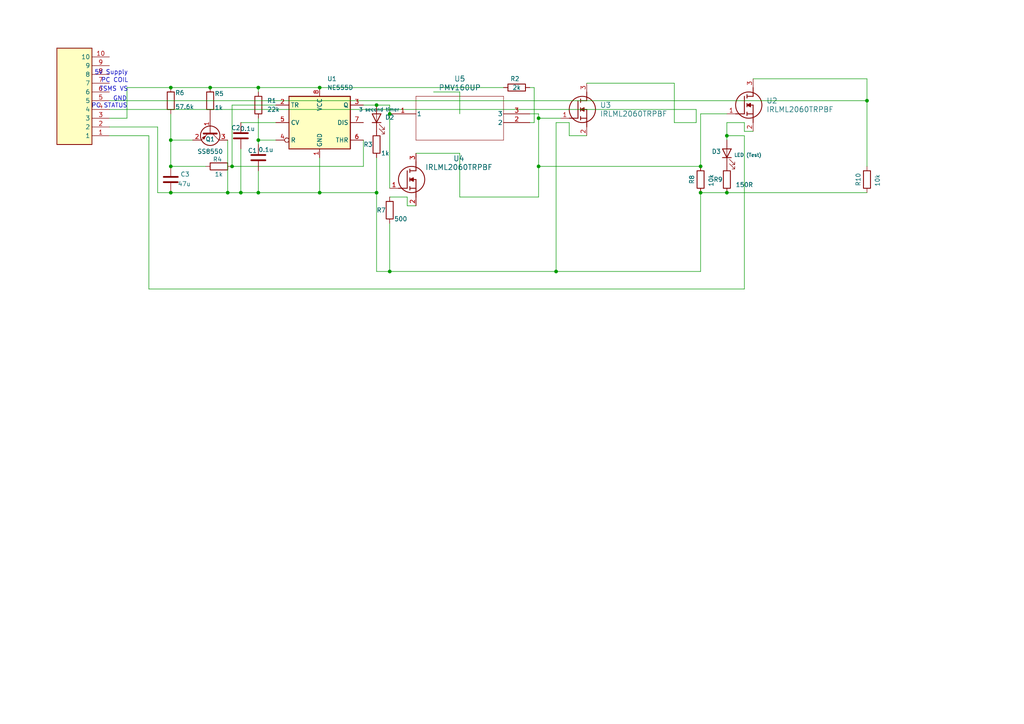
<source format=kicad_sch>
(kicad_sch (version 20231120) (generator "eeschema") (generator_version "8.0")
  (paper "A4")
  (lib_symbols
    (symbol "2025-09-16_20-26-56:PMV160UP" (pin_names (offset 0.254))
      (property "Reference" "U" (at 20.32 10.16 0))
      (property "Value" "PMV160UP" (at 20.32 7.62 0))
      (symbol "PMV160UP_0_1"
        (polyline (pts (xy 7.62 -7.62) (xy 33.02 -7.62)) (stroke (width 0.127)))
        (polyline (pts (xy 7.62 5.08) (xy 7.62 -7.62)) (stroke (width 0.127)))
        (polyline (pts (xy 33.02 -7.62) (xy 33.02 5.08)) (stroke (width 0.127)))
        (polyline (pts (xy 33.02 5.08) (xy 7.62 5.08)) (stroke (width 0.127)))
        (pin unspecified line (at 0 0 0) (length 7.62) (name "1") (number "1"))
        (pin unspecified line (at 40.64 -2.54 180) (length 7.62) (name "2") (number "2"))
        (pin unspecified line (at 40.64 0 180) (length 7.62) (name "3") (number "3"))
      )
    )
    (symbol "Device:C" (pin_numbers hide) (pin_names (offset 0.254))
      (property "Reference" "C" (at 0.635 2.54 0))
      (property "Value" "C" (at 0.635 -2.54 0))
      (symbol "C_0_1"
        (polyline (pts (xy -2.032 -0.762) (xy 2.032 -0.762)) (stroke (width 0.508)))
        (polyline (pts (xy -2.032 0.762) (xy 2.032 0.762)) (stroke (width 0.508)))
      )
      (symbol "C_1_1"
        (pin passive line (at 0 3.81 270) (length 2.794) (name "~") (number "1"))
        (pin passive line (at 0 -3.81 90) (length 2.794) (name "~") (number "2"))
      )
    )
    (symbol "Device:LED" (pin_numbers hide) (pin_names (offset 1.016) hide)
      (property "Reference" "D" (at 0 2.54 0))
      (property "Value" "LED" (at 0 -2.54 0))
      (symbol "LED_0_1"
        (polyline (pts (xy -1.27 -1.27) (xy -1.27 1.27)) (stroke (width 0.254)))
        (polyline (pts (xy -1.27 0) (xy 1.27 0)))
        (polyline (pts (xy 1.27 -1.27) (xy 1.27 1.27) (xy -1.27 0) (xy 1.27 -1.27)) (stroke (width 0.254)))
        (polyline (pts (xy -3.048 -0.762) (xy -4.572 -2.286) (xy -3.81 -2.286) (xy -4.572 -2.286) (xy -4.572 -1.524)))
        (polyline (pts (xy -1.778 -0.762) (xy -3.302 -2.286) (xy -2.54 -2.286) (xy -3.302 -2.286) (xy -3.302 -1.524)))
      )
      (symbol "LED_1_1"
        (pin passive line (at -3.81 0 0) (length 2.54) (name "K") (number "1"))
        (pin passive line (at 3.81 0 180) (length 2.54) (name "A") (number "2"))
      )
    )
    (symbol "Device:R" (pin_numbers hide) (pin_names (offset 0))
      (property "Reference" "R" (at 2.032 0 90))
      (property "Value" "R" (at 0 0 90))
      (symbol "R_0_1"
        (rectangle (start -1.016 -2.54) (end 1.016 2.54) (stroke (width 0.254)))
      )
      (symbol "R_1_1"
        (pin passive line (at 0 3.81 270) (length 1.27) (name "~") (number "1"))
        (pin passive line (at 0 -3.81 90) (length 1.27) (name "~") (number "2"))
      )
    )
    (symbol "IRLML2060TRPBF:IRLML2060TRPBF" (pin_names hide)
      (property "Reference" "Q" (at 11.43 3.81 0))
      (property "Value" "IRLML2060TRPBF" (at 11.43 1.27 0))
      (symbol "IRLML2060TRPBF_1_1"
        (polyline (pts (xy 2.54 0) (xy 5.08 0)) (stroke (width 0.254)))
        (polyline (pts (xy 5.08 5.08) (xy 5.08 0)) (stroke (width 0.254)))
        (polyline (pts (xy 5.842 -0.508) (xy 5.842 0.508)) (stroke (width 0.254)))
        (polyline (pts (xy 5.842 0) (xy 7.62 0)) (stroke (width 0.254)))
        (polyline (pts (xy 5.842 2.032) (xy 5.842 3.048)) (stroke (width 0.254)))
        (polyline (pts (xy 5.842 5.588) (xy 5.842 4.572)) (stroke (width 0.254)))
        (polyline (pts (xy 7.62 2.54) (xy 5.842 2.54)) (stroke (width 0.254)))
        (polyline (pts (xy 7.62 2.54) (xy 7.62 -2.54)) (stroke (width 0.254)))
        (polyline (pts (xy 7.62 5.08) (xy 5.842 5.08)) (stroke (width 0.254)))
        (polyline (pts (xy 7.62 5.08) (xy 7.62 7.62)) (stroke (width 0.254)))
        (polyline (pts (xy 5.842 2.54) (xy 6.858 3.048) (xy 6.858 2.032) (xy 5.842 2.54)) (stroke (width 0.254)) (fill (type outline)))
        (circle (center 6.35 2.54) (radius 3.81) (stroke (width 0.254)))
        (pin passive line (at 0 0 0) (length 2.54) (name "G") (number "1"))
        (pin passive line (at 7.62 -5.08 90) (length 2.54) (name "S") (number "2"))
        (pin passive line (at 7.62 10.16 270) (length 2.54) (name "D") (number "3"))
      )
    )
    (symbol "PH1-10-UA:PH1-10-UA"
      (property "Reference" "J" (at 16.51 7.62 0))
      (property "Value" "PH1-10-UA" (at 16.51 5.08 0))
      (symbol "PH1-10-UA_1_1"
        (rectangle (start 5.08 2.54) (end 15.24 -25.4) (stroke (width 0.254)) (fill (type background)))
        (pin passive line (at 0 0 0) (length 5.08) (name "1") (number "1"))
        (pin passive line (at 0 -22.86 0) (length 5.08) (name "10") (number "10"))
        (pin passive line (at 0 -2.54 0) (length 5.08) (name "2") (number "2"))
        (pin passive line (at 0 -5.08 0) (length 5.08) (name "3") (number "3"))
        (pin passive line (at 0 -7.62 0) (length 5.08) (name "4") (number "4"))
        (pin passive line (at 0 -10.16 0) (length 5.08) (name "5") (number "5"))
        (pin passive line (at 0 -12.7 0) (length 5.08) (name "6") (number "6"))
        (pin passive line (at 0 -15.24 0) (length 5.08) (name "7") (number "7"))
        (pin passive line (at 0 -17.78 0) (length 5.08) (name "8") (number "8"))
        (pin passive line (at 0 -20.32 0) (length 5.08) (name "9") (number "9"))
      )
    )
    (symbol "Timer:NE555D"
      (property "Reference" "U" (at -10.16 8.89 0))
      (property "Value" "NE555D" (at 2.54 8.89 0))
      (symbol "NE555D_0_0"
        (pin power_in line (at 0 -10.16 90) (length 2.54) (name "GND") (number "1"))
        (pin power_in line (at 0 10.16 270) (length 2.54) (name "VCC") (number "8"))
      )
      (symbol "NE555D_0_1"
        (rectangle (start -8.89 -7.62) (end 8.89 7.62) (stroke (width 0.254)) (fill (type background)))
        (rectangle (start -8.89 -7.62) (end 8.89 7.62) (stroke (width 0.254)) (fill (type background)))
      )
      (symbol "NE555D_1_1"
        (pin input line (at -12.7 5.08 0) (length 3.81) (name "TR") (number "2"))
        (pin output line (at 12.7 5.08 180) (length 3.81) (name "Q") (number "3"))
        (pin input inverted (at -12.7 -5.08 0) (length 3.81) (name "R") (number "4"))
        (pin input line (at -12.7 0 0) (length 3.81) (name "CV") (number "5"))
        (pin input line (at 12.7 -5.08 180) (length 3.81) (name "THR") (number "6"))
        (pin input line (at 12.7 0 180) (length 3.81) (name "DIS") (number "7"))
      )
    )
    (symbol "Transistor_BJT:SS8550" (pin_names (offset 0) hide)
      (property "Reference" "Q" (at 5.08 1.905 0))
      (property "Value" "SS8550" (at 5.08 0 0))
      (symbol "SS8550_0_1"
        (polyline (pts (xy 0.635 0.635) (xy 2.54 2.54)))
        (polyline (pts (xy 0.635 -0.635) (xy 2.54 -2.54) (xy 2.54 -2.54)))
        (polyline (pts (xy 0.635 1.905) (xy 0.635 -1.905) (xy 0.635 -1.905)) (stroke (width 0.508)))
        (polyline (pts (xy 2.286 -1.778) (xy 1.778 -2.286) (xy 1.27 -1.27) (xy 2.286 -1.778) (xy 2.286 -1.778)) (fill (type outline)))
        (circle (center 1.27 0) (radius 2.8194) (stroke (width 0.254)))
      )
      (symbol "SS8550_1_1"
        (pin input line (at -5.08 0 0) (length 5.715) (name "B") (number "1"))
        (pin passive line (at 2.54 -5.08 90) (length 2.54) (name "E") (number "2"))
        (pin passive line (at 2.54 5.08 270) (length 2.54) (name "C") (number "3"))
      )
    )
  )
  (junction (at 109.22 30.48))
  (junction (at 113.03 33.02))
  (junction (at 49.53 48.26))
  (junction (at 109.22 55.88))
  (junction (at 60.96 25.4))
  (junction (at 210.82 39.37))
  (junction (at 210.82 55.88))
  (junction (at 67.31 48.26))
  (junction (at 74.93 40.64))
  (junction (at 74.93 55.88))
  (junction (at 251.46 29.21))
  (junction (at 66.04 55.88))
  (junction (at 49.53 40.64))
  (junction (at 69.85 55.88))
  (junction (at 156.21 48.26))
  (junction (at 113.03 78.74))
  (junction (at 74.93 25.4))
  (junction (at 92.71 25.4))
  (junction (at 161.29 78.74))
  (junction (at 203.2 48.26))
  (junction (at 156.21 34.29))
  (junction (at 49.53 25.4))
  (junction (at 49.53 55.88))
  (junction (at 203.2 55.88))
  (junction (at 92.71 55.88))
  (wire (pts (xy 201.93 31.75) (xy 201.93 35.56)))
  (wire (pts (xy 218.44 22.86) (xy 251.46 22.86)))
  (wire (pts (xy 203.2 33.02) (xy 210.82 33.02)))
  (wire (pts (xy 105.41 30.48) (xy 109.22 30.48)))
  (wire (pts (xy 156.21 48.26) (xy 203.2 48.26)))
  (wire (pts (xy 133.35 57.15) (xy 133.35 44.45)))
  (wire (pts (xy 161.29 35.56) (xy 165.1 35.56)))
  (wire (pts (xy 60.96 25.4) (xy 74.93 25.4)))
  (wire (pts (xy 36.83 25.4) (xy 49.53 25.4)))
  (wire (pts (xy 154.94 35.56) (xy 154.94 25.4)))
  (wire (pts (xy 165.1 39.37) (xy 170.18 39.37)))
  (wire (pts (xy 74.93 40.64) (xy 80.01 40.64)))
  (wire (pts (xy 67.31 30.48) (xy 80.01 30.48)))
  (wire (pts (xy 31.75 31.75) (xy 201.93 31.75)))
  (wire (pts (xy 113.03 33.02) (xy 113.03 54.61)))
  (wire (pts (xy 153.67 33.02) (xy 156.21 33.02)))
  (wire (pts (xy 125.73 26.67) (xy 133.35 26.67)))
  (wire (pts (xy 215.9 35.56) (xy 215.9 38.1)))
  (wire (pts (xy 109.22 78.74) (xy 113.03 78.74)))
  (wire (pts (xy 31.75 34.29) (xy 36.83 34.29)))
  (wire (pts (xy 67.31 48.26) (xy 67.31 30.48)))
  (wire (pts (xy 170.18 24.13) (xy 195.58 24.13)))
  (wire (pts (xy 109.22 30.48) (xy 113.03 30.48)))
  (wire (pts (xy 74.93 49.53) (xy 74.93 55.88)))
  (wire (pts (xy 118.11 57.15) (xy 118.11 59.69)))
  (wire (pts (xy 49.53 40.64) (xy 49.53 48.26)))
  (wire (pts (xy 133.35 44.45) (xy 120.65 44.45)))
  (wire (pts (xy 210.82 55.88) (xy 251.46 55.88)))
  (wire (pts (xy 154.94 25.4) (xy 153.67 25.4)))
  (wire (pts (xy 133.35 26.67) (xy 133.35 33.02)))
  (wire (pts (xy 195.58 24.13) (xy 195.58 35.56)))
  (wire (pts (xy 49.53 48.26) (xy 59.69 48.26)))
  (wire (pts (xy 156.21 33.02) (xy 156.21 34.29)))
  (wire (pts (xy 74.93 25.4) (xy 74.93 26.67)))
  (wire (pts (xy 203.2 55.88) (xy 210.82 55.88)))
  (wire (pts (xy 156.21 48.26) (xy 156.21 57.15)))
  (wire (pts (xy 92.71 55.88) (xy 109.22 55.88)))
  (wire (pts (xy 49.53 25.4) (xy 60.96 25.4)))
  (wire (pts (xy 49.53 55.88) (xy 66.04 55.88)))
  (wire (pts (xy 45.72 55.88) (xy 49.53 55.88)))
  (wire (pts (xy 113.03 30.48) (xy 113.03 33.02)))
  (wire (pts (xy 251.46 29.21) (xy 251.46 22.86)))
  (wire (pts (xy 210.82 35.56) (xy 210.82 39.37)))
  (wire (pts (xy 215.9 39.37) (xy 215.9 83.82)))
  (wire (pts (xy 69.85 43.18) (xy 69.85 55.88)))
  (wire (pts (xy 165.1 35.56) (xy 165.1 39.37)))
  (wire (pts (xy 161.29 78.74) (xy 203.2 78.74)))
  (wire (pts (xy 251.46 29.21) (xy 251.46 48.26)))
  (wire (pts (xy 66.04 55.88) (xy 69.85 55.88)))
  (wire (pts (xy 49.53 40.64) (xy 55.88 40.64)))
  (wire (pts (xy 43.18 83.82) (xy 215.9 83.82)))
  (wire (pts (xy 74.93 55.88) (xy 69.85 55.88)))
  (wire (pts (xy 203.2 33.02) (xy 203.2 48.26)))
  (wire (pts (xy 109.22 78.74) (xy 109.22 55.88)))
  (wire (pts (xy 153.67 35.56) (xy 154.94 35.56)))
  (wire (pts (xy 133.35 57.15) (xy 156.21 57.15)))
  (wire (pts (xy 113.03 57.15) (xy 118.11 57.15)))
  (wire (pts (xy 49.53 33.02) (xy 49.53 40.64)))
  (wire (pts (xy 210.82 39.37) (xy 210.82 40.64)))
  (wire (pts (xy 74.93 40.64) (xy 74.93 41.91)))
  (wire (pts (xy 36.83 34.29) (xy 36.83 25.4)))
  (wire (pts (xy 74.93 55.88) (xy 92.71 55.88)))
  (wire (pts (xy 31.75 39.37) (xy 43.18 39.37)))
  (wire (pts (xy 92.71 25.4) (xy 146.05 25.4)))
  (wire (pts (xy 45.72 36.83) (xy 31.75 36.83)))
  (wire (pts (xy 156.21 34.29) (xy 162.56 34.29)))
  (wire (pts (xy 113.03 64.77) (xy 113.03 78.74)))
  (wire (pts (xy 210.82 39.37) (xy 215.9 39.37)))
  (wire (pts (xy 195.58 35.56) (xy 201.93 35.56)))
  (wire (pts (xy 203.2 78.74) (xy 203.2 55.88)))
  (wire (pts (xy 210.82 35.56) (xy 215.9 35.56)))
  (wire (pts (xy 156.21 34.29) (xy 156.21 48.26)))
  (wire (pts (xy 74.93 34.29) (xy 74.93 40.64)))
  (wire (pts (xy 92.71 45.72) (xy 92.71 55.88)))
  (wire (pts (xy 113.03 78.74) (xy 161.29 78.74)))
  (wire (pts (xy 161.29 35.56) (xy 161.29 78.74)))
  (wire (pts (xy 43.18 39.37) (xy 43.18 83.82)))
  (wire (pts (xy 66.04 40.64) (xy 66.04 55.88)))
  (wire (pts (xy 105.41 40.64) (xy 105.41 48.26)))
  (wire (pts (xy 31.75 29.21) (xy 251.46 29.21)))
  (wire (pts (xy 109.22 45.72) (xy 109.22 55.88)))
  (wire (pts (xy 215.9 38.1) (xy 218.44 38.1)))
  (wire (pts (xy 74.93 25.4) (xy 92.71 25.4)))
  (wire (pts (xy 118.11 59.69) (xy 120.65 59.69)))
  (wire (pts (xy 67.31 48.26) (xy 105.41 48.26)))
  (wire (pts (xy 69.85 35.56) (xy 80.01 35.56)))
  (wire (pts (xy 45.72 36.83) (xy 45.72 55.88)))
  (text "GND" (at 34.798 28.702 0) (effects (font (size 1.27 1.27))))
  (text "PC COIL" (at 33.274 23.368 0) (effects (font (size 1.27 1.27))))
  (text "TSMS VS" (at 33.02 25.908 0) (effects (font (size 1.27 1.27))))
  (text "PC STATUS" (at 31.75 30.734 0) (effects (font (size 1.27 1.27))))
  (text "5V Supply" (at 32.258 21.082 0) (effects (font (size 1.27 1.27))))
  (symbol (lib_id "Device:LED") (at 210.82 44.45 90) (unit 1)
    (property "Reference" "D3" (at 207.772 43.942 90))
    (property "Value" "LED (Test)" (at 216.916 44.958 90) (effects (font (size 1 1))))
    (property "Footprint" "Yellow RTDS LED:LED_AP3216SYD_KNB" (effects (hide yes)))
  )
  (symbol (lib_id "Timer:NE555D") (at 92.71 35.56 0) (unit 1)
    (property "Reference" "U1" (at 94.9041 22.86 0) (effects (justify left)))
    (property "Value" "NE555D" (at 94.9041 25.4 0) (effects (justify left)))
    (property "Footprint" "555 Timer:SOIC127P599X175-8N" (effects (hide yes)))
    (property "Datasheet" "http://www.ti.com/lit/ds/symlink/ne555.pdf" (effects (hide yes)))
  )
  (symbol (lib_id "IRLML2060TRPBF:IRLML2060TRPBF") (at 113.03 54.61 0) (unit 1)
    (property "Reference" "U4" (at 133.096 45.974 0) (effects (font (size 1.524 1.524))))
    (property "Value" "IRLML2060TRPBF" (at 133.096 48.514 0) (effects (font (size 1.524 1.524))))
    (property "Footprint" "SOT95P237X112-3N" (effects (hide yes)))
    (property "Datasheet" "https://www.infineon.com/dgdl/irlml2060pbf.pdf?fileId=5546d462533600a401535664b7fb25ee" (effects (hide yes)))
    (property "Description" "IRLML2060TRPBF N-Channel MOSFET, 1.2 A, 60 V HEXFET, 3-Pin SOT-23 Infineon" (effects (hide yes)))
    (property "Height" "1.12" (effects (hide yes)))
    (property "Manufacturer_Name" "Infineon" (effects (hide yes)))
    (property "Manufacturer_Part_Number" "IRLML2060TRPBF" (effects (hide yes)))
    (property "Mouser Part Number" "942-IRLML2060TRPBF" (effects (hide yes)))
    (property "Mouser Price/Stock" "https://www.mouser.co.uk/ProductDetail/Infineon-Technologies/IRLML2060TRPBF?qs=9%252BKlkBgLFf1IzIjJ4taDPQ%3D%3D" (effects (hide yes)))
    (property "Arrow Part Number" "IRLML2060TRPBF" (effects (hide yes)))
    (property "Arrow Price/Stock" "https://www.arrow.com/en/products/irlml2060trpbf/infineon-technologies-ag?utm_currency=USD&region=europe" (effects (hide yes)))
  )
  (symbol (lib_id "Transistor_BJT:SS8550") (at 60.96 38.1 270) (unit 1)
    (property "Reference" "Q1" (at 60.96 40.386 90))
    (property "Value" "SS8550" (at 60.96 43.942 90))
    (property "Footprint" "Transistor:SOT-23_MCC" (effects (hide yes)))
    (property "Datasheet" "http://www.secosgmbh.com/datasheet/products/SSMPTransistor/SOT-23/SS8550.pdf" (effects (hide yes)))
    (property "Description" "General Purpose PNP Transistor, 1.5A Ic, 25V Vce, SOT-23" (effects (hide yes)))
  )
  (symbol (lib_id "Device:LED") (at 109.22 34.29 90) (unit 1)
    (property "Reference" "D2" (at 113.03 34.036 90))
    (property "Value" "3 second timer" (at 109.982 31.75 90) (effects (font (size 1 1))))
    (property "Footprint" "Yellow RTDS LED:LED_AP3216SYD_KNB" (effects (hide yes)))
  )
  (symbol (lib_id "Device:R") (at 49.53 29.21 0) (unit 1)
    (property "Reference" "R6" (at 50.8 26.924 0) (effects (justify left)))
    (property "Value" "57.6k" (at 50.8 30.988 0) (effects (justify left)))
    (property "Footprint" "CF14JT10K0:STA_CF14_STP" (effects (hide yes)))
  )
  (symbol (lib_id "Device:R") (at 63.5 48.26 270) (unit 1)
    (property "Reference" "R4" (at 61.722 46.228 90) (effects (justify left)))
    (property "Value" "1k" (at 62.23 50.546 90) (effects (justify left)))
    (property "Footprint" "1k Resistor:STA_RMCF0603_STP" (effects (hide yes)))
  )
  (symbol (lib_id "Device:R") (at 149.86 25.4 90) (unit 1)
    (property "Reference" "R2" (at 149.352 22.86 90))
    (property "Value" "2k" (at 149.86 25.4 90))
    (property "Description" "Resistor" (effects (hide yes)))
  )
  (symbol (lib_id "IRLML2060TRPBF:IRLML2060TRPBF") (at 210.82 33.02 0) (unit 1)
    (property "Reference" "U2" (at 222.25 29.2099 0) (effects (font (size 1.524 1.524)) (justify left)))
    (property "Value" "IRLML2060TRPBF" (at 222.25 31.7499 0) (effects (font (size 1.524 1.524)) (justify left)))
    (property "Footprint" "SOT95P237X112-3N" (effects (hide yes)))
    (property "Datasheet" "https://www.infineon.com/dgdl/irlml2060pbf.pdf?fileId=5546d462533600a401535664b7fb25ee" (effects (hide yes)))
    (property "Description" "IRLML2060TRPBF N-Channel MOSFET, 1.2 A, 60 V HEXFET, 3-Pin SOT-23 Infineon" (effects (hide yes)))
    (property "Height" "1.12" (effects (hide yes)))
    (property "Manufacturer_Name" "Infineon" (effects (hide yes)))
    (property "Manufacturer_Part_Number" "IRLML2060TRPBF" (effects (hide yes)))
    (property "Mouser Part Number" "942-IRLML2060TRPBF" (effects (hide yes)))
    (property "Mouser Price/Stock" "https://www.mouser.co.uk/ProductDetail/Infineon-Technologies/IRLML2060TRPBF?qs=9%252BKlkBgLFf1IzIjJ4taDPQ%3D%3D" (effects (hide yes)))
    (property "Arrow Part Number" "IRLML2060TRPBF" (effects (hide yes)))
    (property "Arrow Price/Stock" "https://www.arrow.com/en/products/irlml2060trpbf/infineon-technologies-ag?utm_currency=USD&region=europe" (effects (hide yes)))
  )
  (symbol (lib_id "Device:C") (at 74.93 45.72 0) (unit 1)
    (property "Reference" "C1" (at 71.882 43.688 0) (effects (justify left)))
    (property "Value" "0.1u" (at 74.93 43.434 0) (effects (justify left)))
    (property "Footprint" "0.1 C:CAP_CL31_SAM" (effects (hide yes)))
  )
  (symbol (lib_id "PH1-10-UA:PH1-10-UA") (at 31.75 39.37 180) (unit 1)
    (property "Reference" "J1" (effects (hide yes)))
    (property "Value" "PH1-10-UA" (effects (hide yes)))
    (property "Footprint" "HDRV10W64P0X254_1X10_2540X249X886P" (effects (hide yes)))
    (property "Datasheet" "https://app.adam-tech.com/products/download/data_sheet/201605/ph1-xx-ua-data-sheet.pdf" (effects (hide yes)))
    (property "Description" "Conn Unshrouded Header HDR 10 POS 2.54mm Solder RA Side Entry Thru-Hole Bag" (effects (hide yes)))
    (property "MF" "Adam Tech" (effects (hide yes)))
    (property "Description_1" "\n                        \n                            Connector Header Through Hole 10 position 0.100 (2.54mm)\n                        \n" (effects (hide yes)))
    (property "Package" "None" (effects (hide yes)))
    (property "Price" "None" (effects (hide yes)))
    (property "SnapEDA_Link" "https://www.snapeda.com/parts/PH1-10-UA/Adam+Tech/view-part/?ref=snap" (effects (hide yes)))
    (property "MP" "PH1-10-UA" (effects (hide yes)))
    (property "Availability" "In Stock" (effects (hide yes)))
    (property "Check_prices" "https://www.snapeda.com/parts/PH1-10-UA/Adam+Tech/view-part/?ref=eda" (effects (hide yes)))
    (property "Height" "8.865" (effects (hide yes)))
    (property "Manufacturer_Name" "Adam Tech" (effects (hide yes)))
    (property "Manufacturer_Part_Number" "PH1-10-UA" (effects (hide yes)))
    (property "Mouser Part Number" "737-PH1-10-UA" (effects (hide yes)))
    (property "Mouser Price/Stock" "https://www.mouser.co.uk/ProductDetail/Adam-Tech/PH1-10-UA?qs=ogqIPVdloe%252Bff9mnAAAy9w%3D%3D" (effects (hide yes)))
    (property "Arrow Part Number" "PH1-10-UA" (effects (hide yes)))
    (property "Arrow Price/Stock" "null?utm_currency=USD&region=nac" (effects (hide yes)))
  )
  (symbol (lib_id "IRLML2060TRPBF:IRLML2060TRPBF") (at 162.56 34.29 0) (unit 1)
    (property "Reference" "U3" (at 173.99 30.4799 0) (effects (font (size 1.524 1.524)) (justify left)))
    (property "Value" "IRLML2060TRPBF" (at 173.99 33.0199 0) (effects (font (size 1.524 1.524)) (justify left)))
    (property "Footprint" "SOT95P237X112-3N" (effects (hide yes)))
    (property "Datasheet" "https://www.infineon.com/dgdl/irlml2060pbf.pdf?fileId=5546d462533600a401535664b7fb25ee" (effects (hide yes)))
    (property "Description" "IRLML2060TRPBF N-Channel MOSFET, 1.2 A, 60 V HEXFET, 3-Pin SOT-23 Infineon" (effects (hide yes)))
    (property "Height" "1.12" (effects (hide yes)))
    (property "Manufacturer_Name" "Infineon" (effects (hide yes)))
    (property "Manufacturer_Part_Number" "IRLML2060TRPBF" (effects (hide yes)))
    (property "Mouser Part Number" "942-IRLML2060TRPBF" (effects (hide yes)))
    (property "Mouser Price/Stock" "https://www.mouser.co.uk/ProductDetail/Infineon-Technologies/IRLML2060TRPBF?qs=9%252BKlkBgLFf1IzIjJ4taDPQ%3D%3D" (effects (hide yes)))
    (property "Arrow Part Number" "IRLML2060TRPBF" (effects (hide yes)))
    (property "Arrow Price/Stock" "https://www.arrow.com/en/products/irlml2060trpbf/infineon-technologies-ag?utm_currency=USD&region=europe" (effects (hide yes)))
  )
  (symbol (lib_id "Device:C") (at 69.85 39.37 0) (unit 1)
    (property "Reference" "C2" (at 67.056 37.084 0) (effects (justify left)))
    (property "Value" "0.1u" (at 69.596 37.338 0) (effects (justify left)))
    (property "Footprint" "0.1 C:CAP_CL31_SAM" (effects (hide yes)))
  )
  (symbol (lib_id "Device:R") (at 74.93 30.48 180) (unit 1)
    (property "Reference" "R1" (at 77.47 29.2099 0) (effects (justify right)))
    (property "Value" "22k" (at 77.47 31.7499 0) (effects (justify right)))
    (property "Footprint" "22k resistor:STA_RMCF0805_STP" (effects (hide yes)))
  )
  (symbol (lib_id "Device:R") (at 251.46 52.07 180) (unit 1)
    (property "Reference" "R10" (at 248.92 52.07 90))
    (property "Value" "10k" (at 254.508 52.324 90))
    (property "Footprint" "CF14JT10K0:STA_CF14_STP" (effects (hide yes)))
  )
  (symbol (lib_id "2025-09-16_20-26-56:PMV160UP") (at 113.03 33.02 0) (unit 1)
    (property "Reference" "U5" (at 133.35 22.86 0) (effects (font (size 1.524 1.524))))
    (property "Value" "PMV160UP" (at 133.35 25.4 0) (effects (font (size 1.524 1.524))))
    (property "Footprint" "PMV160UP_NEX" (effects (hide yes)))
    (property "Datasheet" "PMV160UP" (effects (hide yes)))
  )
  (symbol (lib_id "Device:R") (at 203.2 52.07 180) (unit 1)
    (property "Reference" "R8" (at 200.66 52.07 90))
    (property "Value" "10k" (at 206.248 52.324 90))
    (property "Footprint" "CF14JT10K0:STA_CF14_STP" (effects (hide yes)))
  )
  (symbol (lib_id "Device:R") (at 109.22 41.91 0) (unit 1)
    (property "Reference" "R3" (at 105.41 41.91 0) (effects (justify left)))
    (property "Value" "1k" (at 110.49 44.45 0) (effects (justify left)))
    (property "Footprint" "1k Resistor:STA_RMCF0603_STP" (effects (hide yes)))
  )
  (symbol (lib_id "Device:R") (at 113.03 60.96 0) (unit 1)
    (property "Reference" "R7" (at 109.22 60.96 0) (effects (justify left)))
    (property "Value" "500" (at 114.3 63.5 0) (effects (justify left)))
    (property "Footprint" "1k Resistor:STA_RMCF0603_STP" (effects (hide yes)))
  )
  (symbol (lib_id "Device:R") (at 210.82 52.07 180) (unit 1)
    (property "Reference" "R9" (at 208.28 52.07 0))
    (property "Value" "150R" (at 215.9 53.594 0))
    (property "Footprint" "150 Ohm resistor:RC0805N_YAG" (effects (hide yes)))
  )
  (symbol (lib_id "Device:R") (at 60.96 29.21 0) (unit 1)
    (property "Reference" "R5" (at 62.23 27.178 0) (effects (justify left)))
    (property "Value" "1k" (at 62.23 31.242 0) (effects (justify left)))
    (property "Footprint" "1k Resistor:STA_RMCF0603_STP" (effects (hide yes)))
  )
  (symbol (lib_id "Device:C") (at 49.53 52.07 0) (unit 1)
    (property "Reference" "C3" (at 52.324 50.546 0) (effects (justify left)))
    (property "Value" "47u" (at 51.562 53.34 0) (effects (justify left)))
    (property "Footprint" "Capacitor 47u:CAP_CL32_SAM" (effects (hide yes)))
  )
)
</source>
